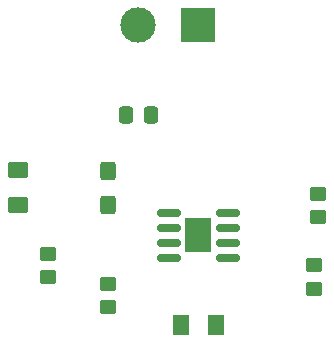
<source format=gbr>
%TF.GenerationSoftware,KiCad,Pcbnew,(6.0.10)*%
%TF.CreationDate,2023-02-17T12:14:38-08:00*%
%TF.ProjectId,lab4newproject,6c616234-6e65-4777-9072-6f6a6563742e,rev?*%
%TF.SameCoordinates,Original*%
%TF.FileFunction,Soldermask,Top*%
%TF.FilePolarity,Negative*%
%FSLAX46Y46*%
G04 Gerber Fmt 4.6, Leading zero omitted, Abs format (unit mm)*
G04 Created by KiCad (PCBNEW (6.0.10)) date 2023-02-17 12:14:38*
%MOMM*%
%LPD*%
G01*
G04 APERTURE LIST*
G04 Aperture macros list*
%AMRoundRect*
0 Rectangle with rounded corners*
0 $1 Rounding radius*
0 $2 $3 $4 $5 $6 $7 $8 $9 X,Y pos of 4 corners*
0 Add a 4 corners polygon primitive as box body*
4,1,4,$2,$3,$4,$5,$6,$7,$8,$9,$2,$3,0*
0 Add four circle primitives for the rounded corners*
1,1,$1+$1,$2,$3*
1,1,$1+$1,$4,$5*
1,1,$1+$1,$6,$7*
1,1,$1+$1,$8,$9*
0 Add four rect primitives between the rounded corners*
20,1,$1+$1,$2,$3,$4,$5,0*
20,1,$1+$1,$4,$5,$6,$7,0*
20,1,$1+$1,$6,$7,$8,$9,0*
20,1,$1+$1,$8,$9,$2,$3,0*%
G04 Aperture macros list end*
%ADD10RoundRect,0.250000X0.450000X-0.350000X0.450000X0.350000X-0.450000X0.350000X-0.450000X-0.350000X0*%
%ADD11RoundRect,0.250000X0.425000X-0.537500X0.425000X0.537500X-0.425000X0.537500X-0.425000X-0.537500X0*%
%ADD12RoundRect,0.150000X-0.825000X-0.150000X0.825000X-0.150000X0.825000X0.150000X-0.825000X0.150000X0*%
%ADD13R,2.290000X3.000000*%
%ADD14RoundRect,0.250001X-0.624999X0.462499X-0.624999X-0.462499X0.624999X-0.462499X0.624999X0.462499X0*%
%ADD15R,3.000000X3.000000*%
%ADD16C,3.000000*%
%ADD17RoundRect,0.250000X-0.450000X0.350000X-0.450000X-0.350000X0.450000X-0.350000X0.450000X0.350000X0*%
%ADD18RoundRect,0.250001X-0.462499X-0.624999X0.462499X-0.624999X0.462499X0.624999X-0.462499X0.624999X0*%
%ADD19RoundRect,0.250000X0.337500X0.475000X-0.337500X0.475000X-0.337500X-0.475000X0.337500X-0.475000X0*%
G04 APERTURE END LIST*
D10*
%TO.C,R4*%
X127000000Y-105140000D03*
X127000000Y-103140000D03*
%TD*%
D11*
%TO.C,C1*%
X132080000Y-99060000D03*
X132080000Y-96185000D03*
%TD*%
D12*
%TO.C,U1*%
X137225000Y-99695000D03*
X137225000Y-100965000D03*
X137225000Y-102235000D03*
X137225000Y-103505000D03*
X142175000Y-103505000D03*
X142175000Y-102235000D03*
X142175000Y-100965000D03*
X142175000Y-99695000D03*
D13*
X139700000Y-101600000D03*
%TD*%
D10*
%TO.C,R3*%
X132080000Y-107680000D03*
X132080000Y-105680000D03*
%TD*%
D14*
%TO.C,D2*%
X124460000Y-96085000D03*
X124460000Y-99060000D03*
%TD*%
D15*
%TO.C,J1*%
X139700000Y-83820000D03*
D16*
X134620000Y-83820000D03*
%TD*%
D17*
%TO.C,R1*%
X149860000Y-98060000D03*
X149860000Y-100060000D03*
%TD*%
D18*
%TO.C,D1*%
X138212500Y-109220000D03*
X141187500Y-109220000D03*
%TD*%
D19*
%TO.C,C2*%
X135657500Y-91440000D03*
X133582500Y-91440000D03*
%TD*%
D17*
%TO.C,R2*%
X149515000Y-104140000D03*
X149515000Y-106140000D03*
%TD*%
M02*

</source>
